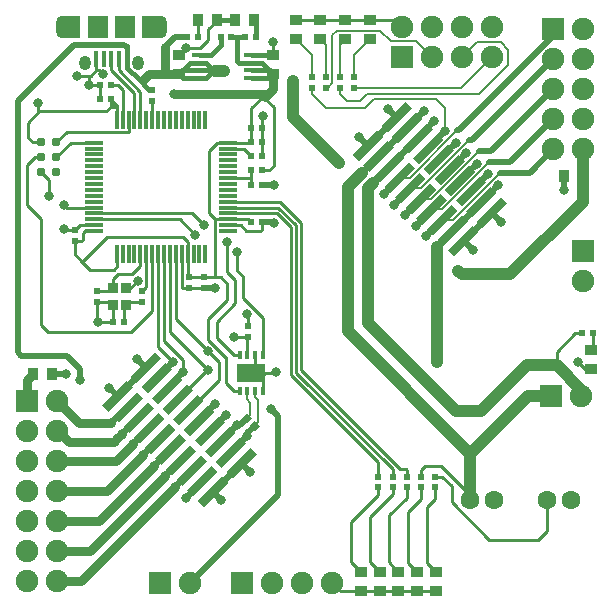
<source format=gtl>
G04 #@! TF.FileFunction,Copper,L1,Top,Signal*
%FSLAX46Y46*%
G04 Gerber Fmt 4.6, Leading zero omitted, Abs format (unit mm)*
G04 Created by KiCad (PCBNEW 4.1.0-alpha+201605071002+6776~44~ubuntu14.04.1-product) date Mon 30 May 2016 00:25:53 BST*
%MOMM*%
%LPD*%
G01*
G04 APERTURE LIST*
%ADD10C,0.100000*%
%ADD11R,1.000000X0.950000*%
%ADD12R,0.620000X0.620000*%
%ADD13R,1.900000X1.900000*%
%ADD14C,1.900000*%
%ADD15R,0.850000X0.950000*%
%ADD16C,0.787000*%
%ADD17R,0.400000X1.350000*%
%ADD18O,1.000000X1.250000*%
%ADD19R,1.800000X1.900000*%
%ADD20R,1.575000X1.900000*%
%ADD21O,1.000000X1.900000*%
%ADD22C,1.600000*%
%ADD23R,1.450000X0.450000*%
%ADD24R,0.350000X0.650000*%
%ADD25R,0.800000X0.800000*%
%ADD26R,2.400000X1.550000*%
%ADD27R,0.300000X1.500000*%
%ADD28R,1.500000X0.300000*%
%ADD29R,0.950000X1.000000*%
%ADD30C,0.800000*%
%ADD31C,0.280000*%
%ADD32C,0.500000*%
%ADD33C,0.400000*%
%ADD34C,0.800000*%
%ADD35C,1.000000*%
%ADD36C,0.200000*%
%ADD37C,0.150000*%
G04 APERTURE END LIST*
D10*
D11*
X89286974Y-80404532D03*
X89286974Y-78804532D03*
D12*
X109800000Y-114550000D03*
X109800000Y-115450000D03*
D13*
X94690000Y-123500000D03*
D14*
X97230000Y-123500000D03*
X99770000Y-123500000D03*
X102310000Y-123500000D03*
D13*
X123500000Y-95430000D03*
D14*
X123500000Y-97970000D03*
D13*
X87730000Y-123500000D03*
D14*
X90270000Y-123500000D03*
D13*
X120830000Y-107700000D03*
D14*
X123370000Y-107700000D03*
D15*
X83725000Y-98575000D03*
X83725000Y-100025000D03*
X84875000Y-100025000D03*
X84875000Y-98575000D03*
D12*
X111000000Y-114550000D03*
X111000000Y-115450000D03*
X90000000Y-77300000D03*
X90900000Y-77300000D03*
X94950000Y-77300000D03*
X95850000Y-77300000D03*
X123450000Y-102400000D03*
X124350000Y-102400000D03*
X104150000Y-81600000D03*
X104150000Y-80700000D03*
X102950000Y-81600000D03*
X102950000Y-80700000D03*
X101750000Y-81600000D03*
X101750000Y-80700000D03*
X100550000Y-81600000D03*
X100550000Y-80700000D03*
X95450000Y-89800000D03*
X96350000Y-89800000D03*
X96350000Y-88600000D03*
X95450000Y-88600000D03*
D10*
G36*
X96156604Y-110218198D02*
X95718198Y-110656604D01*
X95279792Y-110218198D01*
X95718198Y-109779792D01*
X96156604Y-110218198D01*
X96156604Y-110218198D01*
G37*
G36*
X95520208Y-109581802D02*
X95081802Y-110020208D01*
X94643396Y-109581802D01*
X95081802Y-109143396D01*
X95520208Y-109581802D01*
X95520208Y-109581802D01*
G37*
D12*
X86200000Y-99750000D03*
X86200000Y-98850000D03*
X87050000Y-81800000D03*
X87050000Y-82700000D03*
X108600000Y-114550000D03*
X108600000Y-115450000D03*
X107400000Y-114550000D03*
X107400000Y-115450000D03*
X106200000Y-114550000D03*
X106200000Y-115450000D03*
D16*
X77660000Y-86230000D03*
X78930000Y-86230000D03*
X77660000Y-87500000D03*
X78930000Y-87500000D03*
X77660000Y-88770000D03*
X78930000Y-88770000D03*
D13*
X76480000Y-108130000D03*
D14*
X79020000Y-108130000D03*
X76480000Y-110670000D03*
X79020000Y-110670000D03*
X76480000Y-113210000D03*
X79020000Y-113210000D03*
X76480000Y-115750000D03*
X79020000Y-115750000D03*
X76480000Y-118290000D03*
X79020000Y-118290000D03*
X76480000Y-120830000D03*
X79020000Y-120830000D03*
X76480000Y-123370000D03*
X79020000Y-123370000D03*
D13*
X120980000Y-76670000D03*
D14*
X123520000Y-76670000D03*
X120980000Y-79210000D03*
X123520000Y-79210000D03*
X120980000Y-81750000D03*
X123520000Y-81750000D03*
X120980000Y-84290000D03*
X123520000Y-84290000D03*
X120980000Y-86830000D03*
X123520000Y-86830000D03*
D17*
X83600000Y-79175000D03*
X82950000Y-79175000D03*
X84250000Y-79175000D03*
X84900000Y-79175000D03*
X82300000Y-79175000D03*
D18*
X81375000Y-79500000D03*
X85825000Y-79500000D03*
D19*
X82450000Y-76500000D03*
X84750000Y-76500000D03*
D20*
X80212500Y-76500000D03*
D21*
X79425000Y-76500000D03*
D20*
X86987500Y-76500000D03*
D21*
X87775000Y-76500000D03*
D22*
X120500000Y-116500000D03*
X122500000Y-116500000D03*
D13*
X108190000Y-79020000D03*
D14*
X108190000Y-76480000D03*
X110730000Y-79020000D03*
X110730000Y-76480000D03*
X113270000Y-79020000D03*
X113270000Y-76480000D03*
X115810000Y-79020000D03*
X115810000Y-76480000D03*
D22*
X114000000Y-116500000D03*
X116000000Y-116500000D03*
D10*
G36*
X104036827Y-87282684D02*
X106101578Y-85217933D01*
X106624837Y-85741192D01*
X104560086Y-87805943D01*
X104036827Y-87282684D01*
X104036827Y-87282684D01*
G37*
G36*
X106462203Y-84857308D02*
X108526954Y-82792557D01*
X109050213Y-83315816D01*
X106985462Y-85380567D01*
X106462203Y-84857308D01*
X106462203Y-84857308D01*
G37*
G36*
X104934852Y-88180709D02*
X106999603Y-86115958D01*
X107522862Y-86639217D01*
X105458111Y-88703968D01*
X104934852Y-88180709D01*
X104934852Y-88180709D01*
G37*
G36*
X107360228Y-85755333D02*
X109424979Y-83690582D01*
X109948238Y-84213841D01*
X107883487Y-86278592D01*
X107360228Y-85755333D01*
X107360228Y-85755333D01*
G37*
G36*
X105832878Y-89078735D02*
X107897629Y-87013984D01*
X108420888Y-87537243D01*
X106356137Y-89601994D01*
X105832878Y-89078735D01*
X105832878Y-89078735D01*
G37*
G36*
X108258254Y-86653359D02*
X110323005Y-84588608D01*
X110846264Y-85111867D01*
X108781513Y-87176618D01*
X108258254Y-86653359D01*
X108258254Y-86653359D01*
G37*
G36*
X106730903Y-89976761D02*
X108795654Y-87912010D01*
X109318913Y-88435269D01*
X107254162Y-90500020D01*
X106730903Y-89976761D01*
X106730903Y-89976761D01*
G37*
G36*
X109156280Y-87551384D02*
X111221031Y-85486633D01*
X111744290Y-86009892D01*
X109679539Y-88074643D01*
X109156280Y-87551384D01*
X109156280Y-87551384D01*
G37*
G36*
X107628929Y-90874786D02*
X109693680Y-88810035D01*
X110216939Y-89333294D01*
X108152188Y-91398045D01*
X107628929Y-90874786D01*
X107628929Y-90874786D01*
G37*
G36*
X110054305Y-88449410D02*
X112119056Y-86384659D01*
X112642315Y-86907918D01*
X110577564Y-88972669D01*
X110054305Y-88449410D01*
X110054305Y-88449410D01*
G37*
G36*
X108526955Y-91772812D02*
X110591706Y-89708061D01*
X111114965Y-90231320D01*
X109050214Y-92296071D01*
X108526955Y-91772812D01*
X108526955Y-91772812D01*
G37*
G36*
X110952331Y-89347436D02*
X113017082Y-87282685D01*
X113540341Y-87805944D01*
X111475590Y-89870695D01*
X110952331Y-89347436D01*
X110952331Y-89347436D01*
G37*
G36*
X109424980Y-92670838D02*
X111489731Y-90606087D01*
X112012990Y-91129346D01*
X109948239Y-93194097D01*
X109424980Y-92670838D01*
X109424980Y-92670838D01*
G37*
G36*
X111850357Y-90245461D02*
X113915108Y-88180710D01*
X114438367Y-88703969D01*
X112373616Y-90768720D01*
X111850357Y-90245461D01*
X111850357Y-90245461D01*
G37*
G36*
X110323006Y-93568863D02*
X112387757Y-91504112D01*
X112911016Y-92027371D01*
X110846265Y-94092122D01*
X110323006Y-93568863D01*
X110323006Y-93568863D01*
G37*
G36*
X112748382Y-91143487D02*
X114813133Y-89078736D01*
X115336392Y-89601995D01*
X113271641Y-91666746D01*
X112748382Y-91143487D01*
X112748382Y-91143487D01*
G37*
G36*
X111221032Y-94466889D02*
X113285783Y-92402138D01*
X113809042Y-92925397D01*
X111744291Y-94990148D01*
X111221032Y-94466889D01*
X111221032Y-94466889D01*
G37*
G36*
X113646408Y-92041513D02*
X115711159Y-89976762D01*
X116234418Y-90500021D01*
X114169667Y-92564772D01*
X113646408Y-92041513D01*
X113646408Y-92041513D01*
G37*
G36*
X112119057Y-95364914D02*
X114183808Y-93300163D01*
X114707067Y-93823422D01*
X112642316Y-95888173D01*
X112119057Y-95364914D01*
X112119057Y-95364914D01*
G37*
G36*
X114544433Y-92939538D02*
X116609184Y-90874787D01*
X117132443Y-91398046D01*
X115067692Y-93462797D01*
X114544433Y-92939538D01*
X114544433Y-92939538D01*
G37*
G36*
X82823623Y-108495888D02*
X84888374Y-106431137D01*
X85411633Y-106954396D01*
X83346882Y-109019147D01*
X82823623Y-108495888D01*
X82823623Y-108495888D01*
G37*
G36*
X85248999Y-106070512D02*
X87313750Y-104005761D01*
X87837009Y-104529020D01*
X85772258Y-106593771D01*
X85248999Y-106070512D01*
X85248999Y-106070512D01*
G37*
G36*
X83721648Y-109393913D02*
X85786399Y-107329162D01*
X86309658Y-107852421D01*
X84244907Y-109917172D01*
X83721648Y-109393913D01*
X83721648Y-109393913D01*
G37*
G36*
X86147024Y-106968537D02*
X88211775Y-104903786D01*
X88735034Y-105427045D01*
X86670283Y-107491796D01*
X86147024Y-106968537D01*
X86147024Y-106968537D01*
G37*
G36*
X84619674Y-110291939D02*
X86684425Y-108227188D01*
X87207684Y-108750447D01*
X85142933Y-110815198D01*
X84619674Y-110291939D01*
X84619674Y-110291939D01*
G37*
G36*
X87045050Y-107866563D02*
X89109801Y-105801812D01*
X89633060Y-106325071D01*
X87568309Y-108389822D01*
X87045050Y-107866563D01*
X87045050Y-107866563D01*
G37*
G36*
X85517699Y-111189965D02*
X87582450Y-109125214D01*
X88105709Y-109648473D01*
X86040958Y-111713224D01*
X85517699Y-111189965D01*
X85517699Y-111189965D01*
G37*
G36*
X87943076Y-108764588D02*
X90007827Y-106699837D01*
X90531086Y-107223096D01*
X88466335Y-109287847D01*
X87943076Y-108764588D01*
X87943076Y-108764588D01*
G37*
G36*
X86415725Y-112087990D02*
X88480476Y-110023239D01*
X89003735Y-110546498D01*
X86938984Y-112611249D01*
X86415725Y-112087990D01*
X86415725Y-112087990D01*
G37*
G36*
X88841101Y-109662614D02*
X90905852Y-107597863D01*
X91429111Y-108121122D01*
X89364360Y-110185873D01*
X88841101Y-109662614D01*
X88841101Y-109662614D01*
G37*
G36*
X87313751Y-112986016D02*
X89378502Y-110921265D01*
X89901761Y-111444524D01*
X87837010Y-113509275D01*
X87313751Y-112986016D01*
X87313751Y-112986016D01*
G37*
G36*
X89739127Y-110560640D02*
X91803878Y-108495889D01*
X92327137Y-109019148D01*
X90262386Y-111083899D01*
X89739127Y-110560640D01*
X89739127Y-110560640D01*
G37*
G36*
X88211776Y-113884042D02*
X90276527Y-111819291D01*
X90799786Y-112342550D01*
X88735035Y-114407301D01*
X88211776Y-113884042D01*
X88211776Y-113884042D01*
G37*
G36*
X90637153Y-111458665D02*
X92701904Y-109393914D01*
X93225163Y-109917173D01*
X91160412Y-111981924D01*
X90637153Y-111458665D01*
X90637153Y-111458665D01*
G37*
G36*
X89109802Y-114782067D02*
X91174553Y-112717316D01*
X91697812Y-113240575D01*
X89633061Y-115305326D01*
X89109802Y-114782067D01*
X89109802Y-114782067D01*
G37*
G36*
X91535178Y-112356691D02*
X93599929Y-110291940D01*
X94123188Y-110815199D01*
X92058437Y-112879950D01*
X91535178Y-112356691D01*
X91535178Y-112356691D01*
G37*
G36*
X90007828Y-115680093D02*
X92072579Y-113615342D01*
X92595838Y-114138601D01*
X90531087Y-116203352D01*
X90007828Y-115680093D01*
X90007828Y-115680093D01*
G37*
G36*
X92433204Y-113254717D02*
X94497955Y-111189966D01*
X95021214Y-111713225D01*
X92956463Y-113777976D01*
X92433204Y-113254717D01*
X92433204Y-113254717D01*
G37*
G36*
X90905853Y-116578118D02*
X92970604Y-114513367D01*
X93493863Y-115036626D01*
X91429112Y-117101377D01*
X90905853Y-116578118D01*
X90905853Y-116578118D01*
G37*
G36*
X93331229Y-114152742D02*
X95395980Y-112087991D01*
X95919239Y-112611250D01*
X93854488Y-114676001D01*
X93331229Y-114152742D01*
X93331229Y-114152742D01*
G37*
D23*
X95486974Y-80779532D03*
X95486974Y-80129532D03*
X95486974Y-79479532D03*
X95486974Y-78829532D03*
X91086974Y-78829532D03*
X91086974Y-79479532D03*
X91086974Y-80129532D03*
X91086974Y-80779532D03*
D24*
X96400000Y-104200000D03*
X95750000Y-104200000D03*
X95100000Y-104200000D03*
X94450000Y-104200000D03*
X94450000Y-107300000D03*
X95100000Y-107300000D03*
X95750000Y-107300000D03*
X96400000Y-107300000D03*
D25*
X96025000Y-105750000D03*
X94825000Y-105750000D03*
X96025000Y-105750000D03*
X94825000Y-105750000D03*
D26*
X95425000Y-105750000D03*
D27*
X84050000Y-95700000D03*
X84550000Y-95700000D03*
X85050000Y-95700000D03*
X85550000Y-95700000D03*
X86050000Y-95700000D03*
X86550000Y-95700000D03*
X87050000Y-95700000D03*
X87550000Y-95700000D03*
X88050000Y-95700000D03*
X88550000Y-95700000D03*
X89050000Y-95700000D03*
X89550000Y-95700000D03*
X90050000Y-95700000D03*
X90550000Y-95700000D03*
X91050000Y-95700000D03*
X91550000Y-95700000D03*
D28*
X93500000Y-93750000D03*
X93500000Y-93250000D03*
X93500000Y-92750000D03*
X93500000Y-92250000D03*
X93500000Y-91750000D03*
X93500000Y-91250000D03*
X93500000Y-90750000D03*
X93500000Y-90250000D03*
X93500000Y-89750000D03*
X93500000Y-89250000D03*
X93500000Y-88750000D03*
X93500000Y-88250000D03*
X93500000Y-87750000D03*
X93500000Y-87250000D03*
X93500000Y-86750000D03*
X93500000Y-86250000D03*
D27*
X91550000Y-84300000D03*
X91050000Y-84300000D03*
X90550000Y-84300000D03*
X90050000Y-84300000D03*
X89550000Y-84300000D03*
X89050000Y-84300000D03*
X88550000Y-84300000D03*
X88050000Y-84300000D03*
X87550000Y-84300000D03*
X87050000Y-84300000D03*
X86550000Y-84300000D03*
X86050000Y-84300000D03*
X85550000Y-84300000D03*
X85050000Y-84300000D03*
X84550000Y-84300000D03*
X84050000Y-84300000D03*
D28*
X82100000Y-86250000D03*
X82100000Y-86750000D03*
X82100000Y-87250000D03*
X82100000Y-87750000D03*
X82100000Y-88250000D03*
X82100000Y-88750000D03*
X82100000Y-89250000D03*
X82100000Y-89750000D03*
X82100000Y-90250000D03*
X82100000Y-90750000D03*
X82100000Y-91250000D03*
X82100000Y-91750000D03*
X82100000Y-92250000D03*
X82100000Y-92750000D03*
X82100000Y-93250000D03*
X82100000Y-93750000D03*
D11*
X111100000Y-124200000D03*
X111100000Y-122600000D03*
D29*
X92500000Y-75900000D03*
X90900000Y-75900000D03*
X94100000Y-75900000D03*
X95700000Y-75900000D03*
D11*
X109500000Y-124200000D03*
X109500000Y-122600000D03*
X124200000Y-105400000D03*
X124200000Y-103800000D03*
X105500000Y-75900000D03*
X105500000Y-77500000D03*
X103400000Y-75900000D03*
X103400000Y-77500000D03*
X101300000Y-75900000D03*
X101300000Y-77500000D03*
X99200000Y-75900000D03*
X99200000Y-77500000D03*
X107900000Y-124200000D03*
X107900000Y-122600000D03*
X106300000Y-124200000D03*
X106300000Y-122600000D03*
X104700000Y-124200000D03*
X104700000Y-122600000D03*
D29*
X123500000Y-89100000D03*
X121900000Y-89100000D03*
X77000000Y-105800000D03*
X78600000Y-105800000D03*
D11*
X97286974Y-80404532D03*
X97286974Y-78804532D03*
D12*
X93750000Y-77300000D03*
X92850000Y-77300000D03*
X95150000Y-102700000D03*
X95150000Y-101800000D03*
X95450000Y-87400000D03*
X96350000Y-87400000D03*
X83550000Y-81400000D03*
X82650000Y-81400000D03*
X90200000Y-98550000D03*
X90200000Y-97650000D03*
X82650000Y-82600000D03*
X83550000Y-82600000D03*
X96350000Y-93000000D03*
X95450000Y-93000000D03*
X91400000Y-98550000D03*
X91400000Y-97650000D03*
X80500000Y-93650000D03*
X80500000Y-94550000D03*
X96350000Y-86200000D03*
X95450000Y-86200000D03*
X96350000Y-85000000D03*
X95450000Y-85000000D03*
X84650000Y-101400000D03*
X83750000Y-101400000D03*
X82400000Y-99750000D03*
X82400000Y-98850000D03*
D30*
X82900000Y-80450000D03*
X80650000Y-80600000D03*
X89900000Y-78200000D03*
X97500000Y-105700000D03*
X95100000Y-100800000D03*
X78300000Y-90800000D03*
X79600000Y-91500000D03*
X79600000Y-93600000D03*
X123100000Y-104800000D03*
X97300000Y-77700000D03*
X121900000Y-90250000D03*
X81700000Y-81400000D03*
X97400000Y-89800000D03*
X97400000Y-93050000D03*
X92400000Y-98550000D03*
X79750000Y-105800000D03*
X116600000Y-92950000D03*
X114200000Y-95350000D03*
X107050000Y-83400000D03*
X104600000Y-85800000D03*
X96400000Y-84000000D03*
X85823803Y-97928337D03*
X82500000Y-101400000D03*
X95300000Y-114100000D03*
X92900000Y-116500000D03*
X85800000Y-104600000D03*
X83400000Y-107000000D03*
X77400000Y-82900000D03*
X88900000Y-82150000D03*
X94000000Y-102700000D03*
X97100000Y-108800000D03*
X93300000Y-109300000D03*
X80950000Y-106350000D03*
X93100000Y-80150000D03*
X99000000Y-81000000D03*
X102900000Y-87950000D03*
X112950000Y-97100000D03*
X88800000Y-104800000D03*
X89700000Y-105700000D03*
X91800000Y-105500000D03*
X91800000Y-103900000D03*
X91450000Y-93250000D03*
X93400000Y-94650000D03*
X90700000Y-94050000D03*
X94200000Y-95550000D03*
X94200000Y-110200000D03*
X95100000Y-111100000D03*
X83600000Y-110000000D03*
X84500000Y-110900000D03*
X85400000Y-111800000D03*
X86300000Y-112700000D03*
X87200000Y-113600000D03*
X92400000Y-108400000D03*
X88100000Y-114500000D03*
X89000000Y-115400000D03*
X89900000Y-116300000D03*
X110050000Y-83600000D03*
X104850000Y-88800000D03*
X110950000Y-84450000D03*
X105750000Y-89700000D03*
X106650000Y-90600000D03*
X111850000Y-85250000D03*
X107550000Y-91500000D03*
X112750000Y-86250000D03*
X108450000Y-92400000D03*
X113650000Y-87150000D03*
X109350000Y-93300000D03*
X114550000Y-88050000D03*
X110200000Y-94150000D03*
X115450000Y-88950000D03*
X111150000Y-104800000D03*
X116350000Y-89850000D03*
X111150000Y-95100000D03*
D31*
X81830000Y-80600000D02*
X81700000Y-80730000D01*
X81700000Y-80730000D02*
X81700000Y-81400000D01*
X82300000Y-80130000D02*
X82580000Y-80130000D01*
X82580000Y-80130000D02*
X82900000Y-80450000D01*
X82300000Y-79175000D02*
X82300000Y-80130000D01*
X82300000Y-80130000D02*
X81830000Y-80600000D01*
X81830000Y-80600000D02*
X80650000Y-80600000D01*
X91800000Y-76625000D02*
X91800000Y-77542002D01*
X91800000Y-77542002D02*
X91142002Y-78200000D01*
X91142002Y-78200000D02*
X90465685Y-78200000D01*
X90465685Y-78200000D02*
X89900000Y-78200000D01*
X89286974Y-78804532D02*
X89295468Y-78804532D01*
X89295468Y-78804532D02*
X89900000Y-78200000D01*
X92500000Y-75900000D02*
X92500000Y-75925000D01*
X92500000Y-75925000D02*
X91800000Y-76625000D01*
X89286974Y-78804532D02*
X89345468Y-78804532D01*
X104700000Y-124200000D02*
X103010000Y-124200000D01*
X103010000Y-124200000D02*
X102310000Y-123500000D01*
X106300000Y-124200000D02*
X104700000Y-124200000D01*
X107900000Y-124200000D02*
X106300000Y-124200000D01*
X107900000Y-124200000D02*
X109500000Y-124200000D01*
X111100000Y-124200000D02*
X109500000Y-124200000D01*
X95425000Y-105750000D02*
X96600000Y-105750000D01*
X96600000Y-105750000D02*
X97450000Y-105750000D01*
X96400000Y-105950000D02*
X96600000Y-105750000D01*
X96400000Y-107300000D02*
X96400000Y-105950000D01*
X97450000Y-105750000D02*
X97500000Y-105700000D01*
X95750000Y-104200000D02*
X95750000Y-105425000D01*
X95750000Y-105425000D02*
X95425000Y-105750000D01*
X95150000Y-101800000D02*
X95150000Y-100850000D01*
X95150000Y-100850000D02*
X95100000Y-100800000D01*
X77660000Y-88770000D02*
X78300000Y-89410000D01*
X78300000Y-89410000D02*
X78300000Y-90800000D01*
X82100000Y-91750000D02*
X79850000Y-91750000D01*
X79850000Y-91750000D02*
X79600000Y-91500000D01*
X80500000Y-93650000D02*
X79650000Y-93650000D01*
X79650000Y-93650000D02*
X79600000Y-93600000D01*
X82100000Y-93250000D02*
X80900000Y-93250000D01*
X80900000Y-93250000D02*
X80500000Y-93650000D01*
X124200000Y-105400000D02*
X123700000Y-105400000D01*
X123700000Y-105400000D02*
X123100000Y-104800000D01*
X97286974Y-78804532D02*
X97286974Y-77713026D01*
X97286974Y-77713026D02*
X97300000Y-77700000D01*
D32*
X121900000Y-89100000D02*
X121900000Y-90250000D01*
D31*
X82650000Y-81400000D02*
X81700000Y-81400000D01*
X82650000Y-82600000D02*
X82650000Y-81400000D01*
D32*
X96350000Y-89800000D02*
X97400000Y-89800000D01*
X96350000Y-93000000D02*
X97350000Y-93000000D01*
X97350000Y-93000000D02*
X97400000Y-93050000D01*
X91400000Y-98550000D02*
X92400000Y-98550000D01*
X78600000Y-105800000D02*
X79750000Y-105800000D01*
X115838438Y-92168792D02*
X115838438Y-92188438D01*
X115838438Y-92188438D02*
X116600000Y-92950000D01*
X113413062Y-94594168D02*
X113444168Y-94594168D01*
X113444168Y-94594168D02*
X114200000Y-95350000D01*
X107756208Y-84086562D02*
X107736562Y-84086562D01*
X107736562Y-84086562D02*
X107050000Y-83400000D01*
X105330832Y-86511938D02*
X105311938Y-86511938D01*
X105311938Y-86511938D02*
X104600000Y-85800000D01*
D31*
X105500000Y-75900000D02*
X107610000Y-75900000D01*
X107610000Y-75900000D02*
X108190000Y-76480000D01*
X99200000Y-75900000D02*
X101300000Y-75900000D01*
X103400000Y-75900000D02*
X101300000Y-75900000D01*
X105500000Y-75900000D02*
X103400000Y-75900000D01*
D33*
X92500000Y-75900000D02*
X93300000Y-75900000D01*
X93300000Y-75900000D02*
X94100000Y-75900000D01*
X95486974Y-78829532D02*
X97261974Y-78829532D01*
X97261974Y-78829532D02*
X97286974Y-78804532D01*
D31*
X96350000Y-85000000D02*
X96350000Y-84050000D01*
X96350000Y-84050000D02*
X96400000Y-84000000D01*
X96350000Y-86200000D02*
X96350000Y-85000000D01*
X96350000Y-86200000D02*
X96350000Y-87400000D01*
X93500000Y-93250000D02*
X94530000Y-93250000D01*
X94530000Y-93250000D02*
X94980000Y-93700000D01*
X94980000Y-93700000D02*
X96240000Y-93700000D01*
X96240000Y-93700000D02*
X96350000Y-93590000D01*
X96350000Y-93590000D02*
X96350000Y-93000000D01*
X89550000Y-95700000D02*
X89550000Y-98490000D01*
X89550000Y-98490000D02*
X89610000Y-98550000D01*
X89610000Y-98550000D02*
X90200000Y-98550000D01*
X91400000Y-98550000D02*
X90200000Y-98550000D01*
X84875000Y-98575000D02*
X85177140Y-98575000D01*
X85177140Y-98575000D02*
X85823803Y-97928337D01*
X82400000Y-99750000D02*
X82400000Y-101300000D01*
X82400000Y-101300000D02*
X82500000Y-101400000D01*
X83750000Y-101400000D02*
X82500000Y-101400000D01*
X82400000Y-99750000D02*
X83450000Y-99750000D01*
X83450000Y-99750000D02*
X83725000Y-100025000D01*
X83750000Y-101400000D02*
X83750000Y-100050000D01*
X83750000Y-100050000D02*
X83725000Y-100025000D01*
D32*
X94625234Y-113381996D02*
X94625234Y-113425234D01*
X94625234Y-113425234D02*
X95300000Y-114100000D01*
X92199858Y-115807372D02*
X92207372Y-115807372D01*
X92207372Y-115807372D02*
X92900000Y-116500000D01*
X86543004Y-105299766D02*
X86499766Y-105299766D01*
X86499766Y-105299766D02*
X85800000Y-104600000D01*
X84117628Y-107725142D02*
X84117628Y-107717628D01*
X84117628Y-107717628D02*
X83400000Y-107000000D01*
X107756208Y-84086562D02*
X105330832Y-86511938D01*
X113413062Y-94594168D02*
X115838438Y-92168792D01*
X94625234Y-113381996D02*
X92199858Y-115807372D01*
X86543004Y-105299766D02*
X84117628Y-107725142D01*
D31*
X86050000Y-95700000D02*
X86050000Y-96730000D01*
X86050000Y-96730000D02*
X85380000Y-97400000D01*
X85380000Y-97400000D02*
X84145000Y-97400000D01*
X84145000Y-97400000D02*
X83725000Y-97820000D01*
X83725000Y-97820000D02*
X83725000Y-98575000D01*
X82400000Y-98850000D02*
X83450000Y-98850000D01*
X83450000Y-98850000D02*
X83725000Y-98575000D01*
X84650000Y-101400000D02*
X84650000Y-100250000D01*
X84650000Y-100250000D02*
X84875000Y-100025000D01*
X86200000Y-99750000D02*
X85150000Y-99750000D01*
X85150000Y-99750000D02*
X84875000Y-100025000D01*
X81800000Y-97000000D02*
X81150000Y-96350000D01*
X81150000Y-96350000D02*
X80500000Y-95700000D01*
X89630000Y-94250000D02*
X83250000Y-94250000D01*
X83250000Y-94250000D02*
X81150000Y-96350000D01*
X90050000Y-95700000D02*
X90050000Y-94670000D01*
X90050000Y-94670000D02*
X89630000Y-94250000D01*
X77400000Y-82900000D02*
X77400000Y-83500000D01*
X77400000Y-83500000D02*
X77500000Y-83600000D01*
X83550000Y-83200000D02*
X83150000Y-83600000D01*
X83150000Y-83600000D02*
X77500000Y-83600000D01*
X77500000Y-83600000D02*
X76550000Y-84550000D01*
X76550000Y-84550000D02*
X76550000Y-85850000D01*
X76550000Y-85850000D02*
X76930000Y-86230000D01*
X76930000Y-86230000D02*
X77660000Y-86230000D01*
X92400000Y-97650000D02*
X92850000Y-97650000D01*
X91400000Y-97650000D02*
X92400000Y-97650000D01*
X92400000Y-97650000D02*
X92400000Y-92750000D01*
X92850000Y-97650000D02*
X93400000Y-98200000D01*
X91900000Y-92250000D02*
X92400000Y-92750000D01*
X92400000Y-92750000D02*
X93500000Y-92750000D01*
X91900000Y-86927998D02*
X91900000Y-92250000D01*
D34*
X88900000Y-82150000D02*
X96816506Y-82150000D01*
X96816506Y-82150000D02*
X97286974Y-81679532D01*
X76480000Y-108130000D02*
X76480000Y-106700000D01*
X76480000Y-106700000D02*
X76480000Y-106320000D01*
D31*
X84050000Y-96730000D02*
X83780000Y-97000000D01*
X84050000Y-95700000D02*
X84050000Y-96730000D01*
X83780000Y-97000000D02*
X81800000Y-97000000D01*
X80500000Y-95700000D02*
X80500000Y-94550000D01*
D34*
X97286974Y-80404532D02*
X97286974Y-81679532D01*
X97286974Y-81679532D02*
X96566506Y-82400000D01*
D31*
X91800000Y-101200000D02*
X91800000Y-102921202D01*
X91800000Y-102921202D02*
X93257596Y-104378798D01*
X93257596Y-104378798D02*
X93300000Y-104378798D01*
X93400000Y-99600000D02*
X91800000Y-101200000D01*
X93400000Y-98200000D02*
X93400000Y-99600000D01*
X93300000Y-106605000D02*
X93300000Y-104378798D01*
X94450000Y-107300000D02*
X93995000Y-107300000D01*
X93995000Y-107300000D02*
X93300000Y-106605000D01*
X82100000Y-93750000D02*
X81350000Y-93750000D01*
X81350000Y-93750000D02*
X81200000Y-93900000D01*
X81200000Y-93900000D02*
X81200000Y-94440000D01*
X81200000Y-94440000D02*
X81090000Y-94550000D01*
X81090000Y-94550000D02*
X80500000Y-94550000D01*
X93500000Y-86250000D02*
X92577998Y-86250000D01*
X92577998Y-86250000D02*
X91900000Y-86927998D01*
X84050000Y-84300000D02*
X84050000Y-83250000D01*
X84050000Y-83250000D02*
X84050000Y-83100000D01*
X84000000Y-83200000D02*
X84050000Y-83250000D01*
X83550000Y-83200000D02*
X84000000Y-83200000D01*
X83550000Y-83200000D02*
X83850000Y-82900000D01*
X83550000Y-82600000D02*
X83550000Y-83200000D01*
X84050000Y-83100000D02*
X83850000Y-82900000D01*
X83850000Y-82900000D02*
X83550000Y-82600000D01*
X95450000Y-83350000D02*
X96450000Y-82350000D01*
X97350000Y-88190000D02*
X97350000Y-83250000D01*
X96450000Y-82350000D02*
X97286974Y-81513026D01*
X97350000Y-83250000D02*
X96450000Y-82350000D01*
X96350000Y-88600000D02*
X96940000Y-88600000D01*
X96940000Y-88600000D02*
X97350000Y-88190000D01*
D33*
X93750000Y-77300000D02*
X94200000Y-77300000D01*
X94200000Y-77300000D02*
X94950000Y-77300000D01*
X94200000Y-79317558D02*
X94200000Y-77300000D01*
X95486974Y-79479532D02*
X94361974Y-79479532D01*
X94361974Y-79479532D02*
X94200000Y-79317558D01*
X95486974Y-79479532D02*
X96361974Y-79479532D01*
X96361974Y-79479532D02*
X97286974Y-80404532D01*
X95486974Y-80129532D02*
X97011974Y-80129532D01*
X97011974Y-80129532D02*
X97286974Y-80404532D01*
X95486974Y-80779532D02*
X96911974Y-80779532D01*
X96911974Y-80779532D02*
X97286974Y-80404532D01*
D31*
X97286974Y-81513026D02*
X97286974Y-80404532D01*
X95450000Y-85000000D02*
X95450000Y-83350000D01*
X95450000Y-85000000D02*
X95450000Y-86200000D01*
X93500000Y-86250000D02*
X95400000Y-86250000D01*
X95400000Y-86250000D02*
X95450000Y-86200000D01*
X93500000Y-92750000D02*
X95200000Y-92750000D01*
X95200000Y-92750000D02*
X95450000Y-93000000D01*
X90050000Y-95700000D02*
X90050000Y-97500000D01*
X90050000Y-97500000D02*
X90200000Y-97650000D01*
X91400000Y-97650000D02*
X90200000Y-97650000D01*
D34*
X76480000Y-106320000D02*
X77000000Y-105800000D01*
D31*
X84550000Y-84300000D02*
X84550000Y-81810000D01*
X84550000Y-81810000D02*
X84140000Y-81400000D01*
X84140000Y-81400000D02*
X83550000Y-81400000D01*
X93500000Y-86750000D02*
X94800000Y-86750000D01*
X94800000Y-86750000D02*
X95450000Y-87400000D01*
X94000000Y-102700000D02*
X95150000Y-102700000D01*
D32*
X97700000Y-109400000D02*
X97100000Y-108800000D01*
X97700000Y-116070000D02*
X97700000Y-109400000D01*
X90270000Y-123500000D02*
X97700000Y-116070000D01*
D31*
X95100000Y-104200000D02*
X95100000Y-102750000D01*
X95100000Y-102750000D02*
X95150000Y-102700000D01*
D32*
X91931158Y-110687919D02*
X91931158Y-110668842D01*
X91931158Y-110668842D02*
X93300000Y-109300000D01*
X80950000Y-106350000D02*
X80950000Y-105450000D01*
X75650000Y-82750000D02*
X80450000Y-77950000D01*
X80950000Y-105450000D02*
X79800000Y-104300000D01*
X75950000Y-104300000D02*
X75650000Y-104000000D01*
X79800000Y-104300000D02*
X75950000Y-104300000D01*
X80450000Y-77950000D02*
X84700000Y-77950000D01*
X75650000Y-104000000D02*
X75650000Y-82750000D01*
D33*
X91086974Y-80779532D02*
X91586974Y-80779532D01*
X91586974Y-80779532D02*
X92236974Y-80129532D01*
X91086974Y-80129532D02*
X92236974Y-80129532D01*
X92236974Y-80129532D02*
X92257442Y-80150000D01*
X91086974Y-79479532D02*
X91586974Y-79479532D01*
X91586974Y-79479532D02*
X92257442Y-80150000D01*
X92257442Y-80150000D02*
X92350000Y-80150000D01*
D35*
X93100000Y-80150000D02*
X92350000Y-80150000D01*
X99000000Y-84050000D02*
X99000000Y-81000000D01*
X102900000Y-87950000D02*
X99000000Y-84050000D01*
X117350000Y-97400000D02*
X113250000Y-97400000D01*
X113250000Y-97400000D02*
X112950000Y-97100000D01*
X123500000Y-91250000D02*
X117350000Y-97400000D01*
X123500000Y-89100000D02*
X123500000Y-91250000D01*
D33*
X84900000Y-79175000D02*
X84900000Y-78100000D01*
X84900000Y-78100000D02*
X84750000Y-77950000D01*
X84750000Y-77950000D02*
X84700000Y-77950000D01*
D32*
X84700000Y-77950000D02*
X84900000Y-78150000D01*
X88150000Y-78150000D02*
X89000000Y-77300000D01*
X89000000Y-77300000D02*
X90000000Y-77300000D01*
D34*
X88150000Y-80404532D02*
X88150000Y-78150000D01*
X89286974Y-80404532D02*
X88150000Y-80404532D01*
X88150000Y-80404532D02*
X86795468Y-80404532D01*
D31*
X86350000Y-80850000D02*
X85952095Y-80850000D01*
X85952095Y-80850000D02*
X85900000Y-80902095D01*
D34*
X86795468Y-80404532D02*
X86350000Y-80850000D01*
D35*
X123520000Y-86830000D02*
X123520000Y-89080000D01*
X123520000Y-89080000D02*
X123500000Y-89100000D01*
D33*
X84900000Y-79902095D02*
X85900000Y-80902095D01*
X85900000Y-80902095D02*
X86797905Y-81800000D01*
X84900000Y-79175000D02*
X84900000Y-79902095D01*
X86797905Y-81800000D02*
X87050000Y-81800000D01*
X91086974Y-79479532D02*
X90211974Y-79479532D01*
X90211974Y-79479532D02*
X89286974Y-80404532D01*
X91086974Y-80129532D02*
X89561974Y-80129532D01*
X89561974Y-80129532D02*
X89286974Y-80404532D01*
X91086974Y-80779532D02*
X89661974Y-80779532D01*
X89661974Y-80779532D02*
X89286974Y-80404532D01*
X92060000Y-78800000D02*
X91116506Y-78800000D01*
X91116506Y-78800000D02*
X91086974Y-78829532D01*
X92850000Y-77300000D02*
X92850000Y-78010000D01*
X92850000Y-78010000D02*
X92060000Y-78800000D01*
D31*
X104700000Y-122600000D02*
X103900000Y-121800000D01*
X103900000Y-121800000D02*
X103900000Y-118400000D01*
X103900000Y-118400000D02*
X106200000Y-116100000D01*
X106200000Y-116100000D02*
X106200000Y-115450000D01*
X105500000Y-121800000D02*
X105500000Y-117940000D01*
X105500000Y-117940000D02*
X107400000Y-116040000D01*
X106300000Y-122600000D02*
X105500000Y-121800000D01*
X107400000Y-116040000D02*
X107400000Y-115450000D01*
X107900000Y-122600000D02*
X107100000Y-121800000D01*
X107100000Y-121800000D02*
X107100000Y-117800000D01*
X108600000Y-116300000D02*
X108600000Y-115450000D01*
X107100000Y-117800000D02*
X108600000Y-116300000D01*
D36*
X100550000Y-80700000D02*
X100550000Y-78825000D01*
X100550000Y-78825000D02*
X99225000Y-77500000D01*
X99225000Y-77500000D02*
X99200000Y-77500000D01*
X101750000Y-80700000D02*
X101750000Y-77950000D01*
X101750000Y-77950000D02*
X101300000Y-77500000D01*
D31*
X101750000Y-80650000D02*
X101750000Y-80700000D01*
D36*
X102950000Y-80700000D02*
X102950000Y-77950000D01*
X102950000Y-77950000D02*
X103400000Y-77500000D01*
X104150000Y-80700000D02*
X104150000Y-78825000D01*
X104150000Y-78825000D02*
X105475000Y-77500000D01*
X105475000Y-77500000D02*
X105500000Y-77500000D01*
D31*
X124350000Y-102400000D02*
X124350000Y-103650000D01*
X124350000Y-103650000D02*
X124200000Y-103800000D01*
X108700000Y-117500000D02*
X109800000Y-116400000D01*
X109800000Y-116400000D02*
X109800000Y-116200000D01*
X108700000Y-121825000D02*
X108700000Y-117500000D01*
X109800000Y-116200000D02*
X109800000Y-115450000D01*
X109500000Y-122600000D02*
X109475000Y-122600000D01*
X109475000Y-122600000D02*
X108700000Y-121825000D01*
D33*
X95850000Y-77300000D02*
X95850000Y-76050000D01*
X95850000Y-76050000D02*
X95700000Y-75900000D01*
D31*
X90900000Y-75900000D02*
X90900000Y-77300000D01*
X110300000Y-117100000D02*
X111000000Y-116400000D01*
X111000000Y-116400000D02*
X111000000Y-115450000D01*
X110300000Y-121825000D02*
X110300000Y-117100000D01*
X111100000Y-122600000D02*
X111075000Y-122600000D01*
X111075000Y-122600000D02*
X110300000Y-121825000D01*
X86550000Y-95700000D02*
X86550000Y-98500000D01*
X86550000Y-98500000D02*
X86200000Y-98850000D01*
X87050000Y-95700000D02*
X87050000Y-100500000D01*
X87050000Y-100500000D02*
X85250000Y-102300000D01*
X85250000Y-102300000D02*
X78250000Y-102300000D01*
X78250000Y-102300000D02*
X77650000Y-101700000D01*
X77650000Y-101700000D02*
X77650000Y-92700000D01*
X77650000Y-92700000D02*
X76450000Y-91500000D01*
X76450000Y-91500000D02*
X76450000Y-88153507D01*
X76450000Y-88153507D02*
X77103507Y-87500000D01*
X77103507Y-87500000D02*
X77660000Y-87500000D01*
X98800000Y-105900000D02*
X106200000Y-113300000D01*
X106200000Y-113300000D02*
X106200000Y-114550000D01*
X98800000Y-93428798D02*
X98800000Y-105900000D01*
X93500000Y-92250000D02*
X97621202Y-92250000D01*
X97621202Y-92250000D02*
X98800000Y-93428798D01*
X99230010Y-93250683D02*
X99230010Y-105721886D01*
X107400000Y-113960000D02*
X107400000Y-114550000D01*
X99230010Y-105721886D02*
X107400000Y-113891876D01*
X107400000Y-113891876D02*
X107400000Y-113960000D01*
X93500000Y-91750000D02*
X97729327Y-91750000D01*
X97729327Y-91750000D02*
X99230010Y-93250683D01*
X108000000Y-113883752D02*
X108523752Y-113883752D01*
X108523752Y-113883752D02*
X108600000Y-113960000D01*
X108600000Y-113960000D02*
X108600000Y-114550000D01*
X99660020Y-105543772D02*
X108000000Y-113883752D01*
X99660020Y-93072568D02*
X99660020Y-105543772D01*
X93500000Y-91250000D02*
X97837452Y-91250000D01*
X97837452Y-91250000D02*
X99660020Y-93072568D01*
X95450000Y-88600000D02*
X95450000Y-89200000D01*
X95450000Y-89200000D02*
X95450000Y-89800000D01*
X93500000Y-89250000D02*
X95400000Y-89250000D01*
X95400000Y-89250000D02*
X95450000Y-89200000D01*
X87050000Y-84300000D02*
X87050000Y-82700000D01*
X86050000Y-84300000D02*
X86050000Y-81941875D01*
X84250000Y-80130000D02*
X84250000Y-79175000D01*
X86050000Y-81941875D02*
X84250000Y-80141875D01*
X84250000Y-80141875D02*
X84250000Y-80130000D01*
X83600000Y-79175000D02*
X83600000Y-80130000D01*
X83600000Y-80130000D02*
X85550000Y-82080000D01*
X85550000Y-82080000D02*
X85550000Y-84300000D01*
X85030000Y-85350000D02*
X79810000Y-85350000D01*
X79810000Y-85350000D02*
X78930000Y-86230000D01*
X85050000Y-84300000D02*
X85050000Y-85330000D01*
X85050000Y-85330000D02*
X85030000Y-85350000D01*
X80180000Y-86250000D02*
X78930000Y-87500000D01*
X82100000Y-86250000D02*
X80180000Y-86250000D01*
X87550000Y-95700000D02*
X87550000Y-103550000D01*
X87550000Y-103550000D02*
X88800000Y-104800000D01*
D32*
X87441029Y-106197791D02*
X87441029Y-106158971D01*
X87441029Y-106158971D02*
X88800000Y-104800000D01*
D31*
X88050000Y-95700000D02*
X88050000Y-103028798D01*
X88050000Y-103028798D02*
X89700000Y-104678798D01*
X89700000Y-104678798D02*
X89700000Y-105134315D01*
X89700000Y-105134315D02*
X89700000Y-105700000D01*
D32*
X88339055Y-107095817D02*
X88339055Y-107060945D01*
X88339055Y-107060945D02*
X89700000Y-105700000D01*
D31*
X88550000Y-95700000D02*
X88550000Y-102250000D01*
X88550000Y-102250000D02*
X91800000Y-105500000D01*
X89237081Y-107993842D02*
X91730923Y-105500000D01*
X91730923Y-105500000D02*
X91800000Y-105500000D01*
X89050000Y-95700000D02*
X89050000Y-101150000D01*
X89050000Y-101150000D02*
X91800000Y-103900000D01*
X92700000Y-104800000D02*
X92700000Y-106326974D01*
X92700000Y-106326974D02*
X90135106Y-108891868D01*
X91800000Y-103900000D02*
X92700000Y-104800000D01*
X94450000Y-104200000D02*
X93995000Y-104200000D01*
X93995000Y-104200000D02*
X92550000Y-102755000D01*
X92550000Y-102755000D02*
X92550000Y-101400000D01*
X94100000Y-97900000D02*
X93400000Y-97200000D01*
X92550000Y-101400000D02*
X94100000Y-99850000D01*
X94100000Y-99850000D02*
X94100000Y-97900000D01*
X93400000Y-97200000D02*
X93400000Y-94650000D01*
X91450000Y-93250000D02*
X90450000Y-92250000D01*
X90450000Y-92250000D02*
X82100000Y-92250000D01*
X90700000Y-94050000D02*
X89400000Y-92750000D01*
X89400000Y-92750000D02*
X82100000Y-92750000D01*
X94750000Y-97600000D02*
X94200000Y-97050000D01*
X94200000Y-97050000D02*
X94200000Y-95550000D01*
X94750000Y-98350000D02*
X94750000Y-97600000D01*
X94750000Y-99428798D02*
X94750000Y-98350000D01*
X96400000Y-104200000D02*
X96400000Y-101078798D01*
X96400000Y-101078798D02*
X94750000Y-99428798D01*
D36*
X95371715Y-108271715D02*
X95100000Y-108000000D01*
X95100000Y-108000000D02*
X95100000Y-107300000D01*
X95081802Y-109581802D02*
X95371715Y-109291889D01*
X95371715Y-109291889D02*
X95371715Y-108271715D01*
X95100000Y-109563604D02*
X95081802Y-109581802D01*
D32*
X94200000Y-110200000D02*
X94463604Y-110200000D01*
X94463604Y-110200000D02*
X95081802Y-109581802D01*
X92829183Y-111585945D02*
X92829183Y-111570817D01*
X92829183Y-111570817D02*
X94200000Y-110200000D01*
D36*
X95750000Y-107300000D02*
X95750000Y-107825000D01*
X95750000Y-107825000D02*
X96008111Y-108083111D01*
X96008111Y-108083111D02*
X96008111Y-109928285D01*
X96008111Y-109928285D02*
X95718198Y-110218198D01*
D32*
X95100000Y-111100000D02*
X95100000Y-110836396D01*
X95100000Y-110836396D02*
X95718198Y-110218198D01*
X93727209Y-112483971D02*
X93727209Y-112472791D01*
X93727209Y-112472791D02*
X95100000Y-111100000D01*
D34*
X83600000Y-110000000D02*
X80890000Y-110000000D01*
X80890000Y-110000000D02*
X79020000Y-108130000D01*
D32*
X85015653Y-108623167D02*
X84976833Y-108623167D01*
X84976833Y-108623167D02*
X83600000Y-110000000D01*
D34*
X79020000Y-110670000D02*
X79969999Y-111619999D01*
X79969999Y-111619999D02*
X83780001Y-111619999D01*
X83780001Y-111619999D02*
X84100001Y-111299999D01*
X84100001Y-111299999D02*
X84500000Y-110900000D01*
D32*
X84500000Y-110900000D02*
X84534872Y-110900000D01*
X84534872Y-110900000D02*
X85913679Y-109521193D01*
D34*
X79020000Y-113210000D02*
X83990000Y-113210000D01*
X83990000Y-113210000D02*
X85400000Y-111800000D01*
D32*
X86811704Y-110419219D02*
X86780781Y-110419219D01*
X86780781Y-110419219D02*
X85400000Y-111800000D01*
D34*
X79020000Y-115750000D02*
X83250000Y-115750000D01*
X83250000Y-115750000D02*
X86300000Y-112700000D01*
D32*
X87709730Y-111317244D02*
X87682756Y-111317244D01*
X87682756Y-111317244D02*
X86300000Y-112700000D01*
D34*
X79020000Y-118290000D02*
X82510000Y-118290000D01*
X82510000Y-118290000D02*
X87200000Y-113600000D01*
D32*
X88607756Y-112215270D02*
X88584730Y-112215270D01*
X88584730Y-112215270D02*
X87200000Y-113600000D01*
X91033132Y-109789894D02*
X91033132Y-109766868D01*
X91033132Y-109766868D02*
X92400000Y-108400000D01*
D34*
X88100000Y-114500000D02*
X81770000Y-120830000D01*
X81770000Y-120830000D02*
X79020000Y-120830000D01*
D32*
X89505781Y-113113296D02*
X89486704Y-113113296D01*
X89486704Y-113113296D02*
X88100000Y-114500000D01*
D34*
X89000000Y-115400000D02*
X81030000Y-123370000D01*
X81030000Y-123370000D02*
X79020000Y-123370000D01*
D32*
X90403807Y-114011321D02*
X90388679Y-114011321D01*
X90388679Y-114011321D02*
X89000000Y-115400000D01*
X91301833Y-114909347D02*
X91290653Y-114909347D01*
X91290653Y-114909347D02*
X89900000Y-116300000D01*
D35*
X104850000Y-88800000D02*
X103600000Y-90050000D01*
X103600000Y-90050000D02*
X103600000Y-102180000D01*
X103600000Y-102180000D02*
X114000000Y-112580000D01*
X114000000Y-116500000D02*
X114000000Y-112580000D01*
X114000000Y-112580000D02*
X118880000Y-107700000D01*
X118880000Y-107700000D02*
X120830000Y-107700000D01*
D32*
X108654233Y-84984587D02*
X108665413Y-84984587D01*
X108665413Y-84984587D02*
X110050000Y-83600000D01*
X106228857Y-87409963D02*
X108654233Y-84984587D01*
X106228857Y-87409963D02*
X106228857Y-87421143D01*
X106228857Y-87421143D02*
X104850000Y-88800000D01*
D31*
X109800000Y-114550000D02*
X109800000Y-113960000D01*
X109800000Y-113960000D02*
X110160000Y-113600000D01*
X110160000Y-113600000D02*
X111500000Y-113600000D01*
X111500000Y-113600000D02*
X114000000Y-116100000D01*
X114000000Y-116100000D02*
X114000000Y-116500000D01*
D35*
X105750000Y-89700000D02*
X105350001Y-90099999D01*
X105350001Y-90099999D02*
X105350001Y-101550001D01*
X105350001Y-101550001D02*
X112800000Y-109000000D01*
X118800000Y-105100000D02*
X121300002Y-105100000D01*
X112800000Y-109000000D02*
X114900000Y-109000000D01*
X114900000Y-109000000D02*
X118800000Y-105100000D01*
D31*
X123450000Y-102400000D02*
X122860000Y-102400000D01*
X122860000Y-102400000D02*
X121300002Y-103959998D01*
X121300002Y-103959998D02*
X121300002Y-105100000D01*
D35*
X121300002Y-105100000D02*
X123370000Y-107169998D01*
X123370000Y-107169998D02*
X123370000Y-107700000D01*
D32*
X109552259Y-85882613D02*
X109552259Y-85847741D01*
X109552259Y-85847741D02*
X110950000Y-84450000D01*
X107126883Y-88307989D02*
X109552259Y-85882613D01*
X107126883Y-88307989D02*
X107126883Y-88323117D01*
X107126883Y-88323117D02*
X105750000Y-89700000D01*
X112900000Y-85174998D02*
X113017000Y-85174998D01*
X113017000Y-85174998D02*
X120980000Y-77211998D01*
X120980000Y-77211998D02*
X120980000Y-76670000D01*
D37*
X108024908Y-89206015D02*
X108868983Y-89206015D01*
X108868983Y-89206015D02*
X112900000Y-85174998D01*
X120980000Y-77094998D02*
X120980000Y-76670000D01*
D32*
X108024908Y-89206015D02*
X108024908Y-89225092D01*
X108024908Y-89225092D02*
X106650000Y-90600000D01*
D36*
X100550000Y-82110000D02*
X101740000Y-83300000D01*
X101740000Y-83300000D02*
X105100000Y-83300000D01*
X105100000Y-83300000D02*
X105857453Y-82542547D01*
X111092547Y-82542547D02*
X111850000Y-83300000D01*
X111850000Y-83300000D02*
X111850000Y-85250000D01*
X100550000Y-81600000D02*
X100550000Y-82110000D01*
X105849990Y-82550010D02*
X105857453Y-82542547D01*
X105857453Y-82542547D02*
X111092547Y-82542547D01*
D32*
X110450285Y-86780638D02*
X110450285Y-86649715D01*
X110450285Y-86649715D02*
X111850000Y-85250000D01*
X110450285Y-86780638D02*
X110450285Y-86749715D01*
X110450285Y-86780638D02*
X110469362Y-86780638D01*
X113850000Y-86050000D02*
X114140000Y-86050000D01*
X114140000Y-86050000D02*
X120980000Y-79210000D01*
D37*
X109795960Y-90104040D02*
X113850000Y-86050000D01*
X108922934Y-90104040D02*
X109795960Y-90104040D01*
D32*
X108922934Y-90104040D02*
X108922934Y-90127066D01*
X108922934Y-90127066D02*
X107550000Y-91500000D01*
D36*
X106374999Y-76774999D02*
X107280001Y-77680001D01*
X107280001Y-77680001D02*
X109390001Y-77680001D01*
X109390001Y-77680001D02*
X109780001Y-78070001D01*
X109780001Y-78070001D02*
X110730000Y-79020000D01*
X101750000Y-81600000D02*
X101920002Y-81600000D01*
X102310001Y-77164997D02*
X102699999Y-76774999D01*
X101920002Y-81600000D02*
X102310001Y-81210001D01*
X102310001Y-81210001D02*
X102310001Y-77164997D01*
X102699999Y-76774999D02*
X106374999Y-76774999D01*
D32*
X111348310Y-87678664D02*
X111348310Y-87651690D01*
X111348310Y-87651690D02*
X112750000Y-86250000D01*
X114700000Y-87000000D02*
X115730000Y-87000000D01*
X115730000Y-87000000D02*
X120980000Y-81750000D01*
D37*
X110697934Y-91002066D02*
X114700000Y-87000000D01*
X109820960Y-91002066D02*
X110697934Y-91002066D01*
D32*
X109820960Y-91002066D02*
X109820960Y-91029040D01*
X109820960Y-91029040D02*
X108450000Y-92400000D01*
D36*
X113270000Y-79020000D02*
X114540000Y-77750000D01*
X114750000Y-82100000D02*
X105250000Y-82100000D01*
X114540000Y-77750000D02*
X116550000Y-77750000D01*
X102950000Y-82110000D02*
X102950000Y-81600000D01*
X116550000Y-77750000D02*
X117200000Y-78400000D01*
X117200000Y-78400000D02*
X117200000Y-79650000D01*
X117200000Y-79650000D02*
X114750000Y-82100000D01*
X105250000Y-82100000D02*
X104650000Y-82700000D01*
X104650000Y-82700000D02*
X103540000Y-82700000D01*
X103540000Y-82700000D02*
X102950000Y-82110000D01*
D32*
X112246336Y-88576690D02*
X112246336Y-88553664D01*
X112246336Y-88553664D02*
X113650000Y-87150000D01*
X115600000Y-87900000D02*
X117370000Y-87900000D01*
X117370000Y-87900000D02*
X120980000Y-84290000D01*
D37*
X111599908Y-91900092D02*
X115600000Y-87900000D01*
X110718985Y-91900092D02*
X111599908Y-91900092D01*
X110718985Y-91900092D02*
X111625347Y-90993730D01*
D32*
X110718985Y-91900092D02*
X110718985Y-91931015D01*
X110718985Y-91931015D02*
X109350000Y-93300000D01*
D36*
X104150000Y-81600000D02*
X113230000Y-81600000D01*
X113230000Y-81600000D02*
X115810000Y-79020000D01*
D32*
X113144362Y-89474715D02*
X113144362Y-89455638D01*
X113144362Y-89455638D02*
X114550000Y-88050000D01*
X116500000Y-88800000D02*
X119010000Y-88800000D01*
X119010000Y-88800000D02*
X120980000Y-86830000D01*
D37*
X112501883Y-92798117D02*
X116500000Y-88800000D01*
X111617011Y-92798117D02*
X112501883Y-92798117D01*
D32*
X111617011Y-92798117D02*
X111551883Y-92798117D01*
X111551883Y-92798117D02*
X110200000Y-94150000D01*
X114042387Y-90372741D02*
X114042387Y-90357613D01*
X114042387Y-90357613D02*
X115450000Y-88950000D01*
D35*
X111150000Y-104800000D02*
X111150000Y-95100000D01*
D32*
X114940413Y-91270767D02*
X114940413Y-91259587D01*
X114940413Y-91259587D02*
X116350000Y-89850000D01*
X112515037Y-93696143D02*
X114940413Y-91270767D01*
X112515037Y-93696143D02*
X112515037Y-93734963D01*
X112515037Y-93734963D02*
X111150000Y-95100000D01*
D31*
X119700000Y-119900000D02*
X120500000Y-119100000D01*
X120500000Y-119100000D02*
X120500000Y-116500000D01*
X115600000Y-119900000D02*
X119700000Y-119900000D01*
X112400000Y-116700000D02*
X115600000Y-119900000D01*
X112400000Y-115360000D02*
X112400000Y-116700000D01*
X111000000Y-114550000D02*
X111590000Y-114550000D01*
X111590000Y-114550000D02*
X112400000Y-115360000D01*
M02*

</source>
